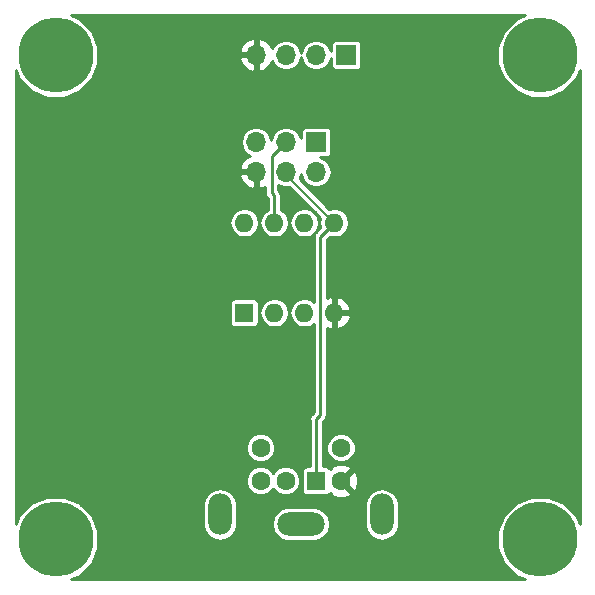
<source format=gbr>
G04 #@! TF.GenerationSoftware,KiCad,Pcbnew,(5.0.2)-1*
G04 #@! TF.CreationDate,2019-11-21T16:03:45-05:00*
G04 #@! TF.ProjectId,TinyPS2,54696e79-5053-4322-9e6b-696361645f70,X1*
G04 #@! TF.SameCoordinates,Original*
G04 #@! TF.FileFunction,Copper,L2,Bot*
G04 #@! TF.FilePolarity,Positive*
%FSLAX46Y46*%
G04 Gerber Fmt 4.6, Leading zero omitted, Abs format (unit mm)*
G04 Created by KiCad (PCBNEW (5.0.2)-1) date 11/21/2019 4:03:45 PM*
%MOMM*%
%LPD*%
G01*
G04 APERTURE LIST*
G04 #@! TA.AperFunction,ComponentPad*
%ADD10C,6.350000*%
G04 #@! TD*
G04 #@! TA.AperFunction,ComponentPad*
%ADD11R,1.700000X1.700000*%
G04 #@! TD*
G04 #@! TA.AperFunction,ComponentPad*
%ADD12O,1.700000X1.700000*%
G04 #@! TD*
G04 #@! TA.AperFunction,ComponentPad*
%ADD13O,2.000000X3.500000*%
G04 #@! TD*
G04 #@! TA.AperFunction,ComponentPad*
%ADD14R,1.600000X1.600000*%
G04 #@! TD*
G04 #@! TA.AperFunction,ComponentPad*
%ADD15C,1.600000*%
G04 #@! TD*
G04 #@! TA.AperFunction,ComponentPad*
%ADD16O,4.000000X2.000000*%
G04 #@! TD*
G04 #@! TA.AperFunction,ComponentPad*
%ADD17O,1.600000X1.600000*%
G04 #@! TD*
G04 #@! TA.AperFunction,ViaPad*
%ADD18C,0.889000*%
G04 #@! TD*
G04 #@! TA.AperFunction,Conductor*
%ADD19C,0.254000*%
G04 #@! TD*
G04 #@! TA.AperFunction,Conductor*
%ADD20C,0.203200*%
G04 #@! TD*
G04 APERTURE END LIST*
D10*
G04 #@! TO.P,MTG3,1*
G04 #@! TO.N,N/C*
X14000000Y-55000000D03*
G04 #@! TD*
G04 #@! TO.P,MTG4,1*
G04 #@! TO.N,N/C*
X55000000Y-55000000D03*
G04 #@! TD*
G04 #@! TO.P,MTG2,1*
G04 #@! TO.N,N/C*
X55000000Y-14000000D03*
G04 #@! TD*
G04 #@! TO.P,MTG1,1*
G04 #@! TO.N,N/C*
X14000000Y-14000000D03*
G04 #@! TD*
D11*
G04 #@! TO.P,H2,1*
G04 #@! TO.N,/KBCLK*
X36068000Y-21336000D03*
D12*
G04 #@! TO.P,H2,2*
G04 #@! TO.N,VCC*
X36068000Y-23876000D03*
G04 #@! TO.P,H2,3*
G04 #@! TO.N,/SERTX*
X33528000Y-21336000D03*
G04 #@! TO.P,H2,4*
G04 #@! TO.N,/KBDAT*
X33528000Y-23876000D03*
G04 #@! TO.P,H2,5*
G04 #@! TO.N,/RST\002A*
X30988000Y-21336000D03*
G04 #@! TO.P,H2,6*
G04 #@! TO.N,GND*
X30988000Y-23876000D03*
G04 #@! TD*
D11*
G04 #@! TO.P,J1,1*
G04 #@! TO.N,VCC*
X38608000Y-13970000D03*
D12*
G04 #@! TO.P,J1,2*
G04 #@! TO.N,/SERTX*
X36068000Y-13970000D03*
G04 #@! TO.P,J1,3*
G04 #@! TO.N,N/C*
X33528000Y-13970000D03*
G04 #@! TO.P,J1,4*
G04 #@! TO.N,GND*
X30988000Y-13970000D03*
G04 #@! TD*
D13*
G04 #@! TO.P,J2,7*
G04 #@! TO.N,N/C*
X27918000Y-52888000D03*
X41618000Y-52888000D03*
D14*
G04 #@! TO.P,J2,1*
G04 #@! TO.N,/KBDAT*
X36068000Y-50038000D03*
D15*
G04 #@! TO.P,J2,2*
G04 #@! TO.N,N/C*
X33468000Y-50038000D03*
G04 #@! TO.P,J2,3*
G04 #@! TO.N,GND*
X38168000Y-50038000D03*
G04 #@! TO.P,J2,4*
G04 #@! TO.N,VCC*
X31368000Y-50038000D03*
G04 #@! TO.P,J2,5*
G04 #@! TO.N,/KBCLK*
X38168000Y-47238000D03*
G04 #@! TO.P,J2,6*
G04 #@! TO.N,N/C*
X31368000Y-47238000D03*
D16*
G04 #@! TO.P,J2,7*
X34768000Y-53688000D03*
G04 #@! TD*
D14*
G04 #@! TO.P,U1,1*
G04 #@! TO.N,/RST\002A*
X29972000Y-35814000D03*
D17*
G04 #@! TO.P,U1,5*
G04 #@! TO.N,/KBDAT*
X37592000Y-28194000D03*
G04 #@! TO.P,U1,2*
G04 #@! TO.N,N/C*
X32512000Y-35814000D03*
G04 #@! TO.P,U1,6*
G04 #@! TO.N,/KBCLK*
X35052000Y-28194000D03*
G04 #@! TO.P,U1,3*
G04 #@! TO.N,N/C*
X35052000Y-35814000D03*
G04 #@! TO.P,U1,7*
G04 #@! TO.N,/SERTX*
X32512000Y-28194000D03*
G04 #@! TO.P,U1,4*
G04 #@! TO.N,GND*
X37592000Y-35814000D03*
G04 #@! TO.P,U1,8*
G04 #@! TO.N,VCC*
X29972000Y-28194000D03*
G04 #@! TD*
D18*
G04 #@! TO.N,GND*
X40640000Y-19558000D03*
X24638000Y-25908000D03*
X25400000Y-34290000D03*
G04 #@! TD*
D19*
G04 #@! TO.N,/SERTX*
X33528000Y-21336000D02*
X32296999Y-22567001D01*
X32512000Y-25869001D02*
X32296999Y-25654000D01*
X32512000Y-28194000D02*
X32512000Y-25869001D01*
X32296999Y-22567001D02*
X32296999Y-25654000D01*
D20*
G04 #@! TO.N,/KBDAT*
X33528000Y-24130000D02*
X33528000Y-23876000D01*
X37592000Y-28194000D02*
X33528000Y-24130000D01*
D19*
X36792001Y-28993999D02*
X37592000Y-28194000D01*
X36410999Y-29375001D02*
X36792001Y-28993999D01*
X36410999Y-44450000D02*
X36410999Y-29375001D01*
X36068000Y-44792999D02*
X36410999Y-44450000D01*
X36068000Y-50038000D02*
X36068000Y-44792999D01*
G04 #@! TD*
G04 #@! TO.N,GND*
G36*
X52956912Y-10942303D02*
X51942303Y-11956912D01*
X51393200Y-13282563D01*
X51393200Y-14717437D01*
X51942303Y-16043088D01*
X52956912Y-17057697D01*
X54282563Y-17606800D01*
X55717437Y-17606800D01*
X57043088Y-17057697D01*
X58057697Y-16043088D01*
X58377700Y-15270533D01*
X58377701Y-53729469D01*
X58057697Y-52956912D01*
X57043088Y-51942303D01*
X55717437Y-51393200D01*
X54282563Y-51393200D01*
X52956912Y-51942303D01*
X51942303Y-52956912D01*
X51393200Y-54282563D01*
X51393200Y-55717437D01*
X51942303Y-57043088D01*
X52956912Y-58057697D01*
X53729467Y-58377700D01*
X15270533Y-58377700D01*
X16043088Y-58057697D01*
X17057697Y-57043088D01*
X17606800Y-55717437D01*
X17606800Y-54282563D01*
X17057697Y-52956912D01*
X16097769Y-51996984D01*
X26486200Y-51996984D01*
X26486200Y-53779017D01*
X26569275Y-54196660D01*
X26885731Y-54670270D01*
X27359341Y-54986726D01*
X27918000Y-55097850D01*
X28476660Y-54986726D01*
X28950270Y-54670270D01*
X29266726Y-54196660D01*
X29349800Y-53779017D01*
X29349800Y-53688000D01*
X32308150Y-53688000D01*
X32419274Y-54246660D01*
X32735730Y-54720270D01*
X33209340Y-55036726D01*
X33626983Y-55119800D01*
X35909017Y-55119800D01*
X36326660Y-55036726D01*
X36800270Y-54720270D01*
X37116726Y-54246660D01*
X37227850Y-53688000D01*
X37116726Y-53129340D01*
X36800270Y-52655730D01*
X36326660Y-52339274D01*
X35909017Y-52256200D01*
X33626983Y-52256200D01*
X33209340Y-52339274D01*
X32735730Y-52655730D01*
X32419274Y-53129340D01*
X32308150Y-53688000D01*
X29349800Y-53688000D01*
X29349800Y-51996984D01*
X40186200Y-51996984D01*
X40186200Y-53779017D01*
X40269275Y-54196660D01*
X40585731Y-54670270D01*
X41059341Y-54986726D01*
X41618000Y-55097850D01*
X42176660Y-54986726D01*
X42650270Y-54670270D01*
X42966726Y-54196660D01*
X43049800Y-53779017D01*
X43049800Y-51996983D01*
X42966726Y-51579340D01*
X42650269Y-51105730D01*
X42176659Y-50789274D01*
X41618000Y-50678150D01*
X41059340Y-50789274D01*
X40585730Y-51105731D01*
X40269274Y-51579341D01*
X40186200Y-51996984D01*
X29349800Y-51996984D01*
X29349800Y-51996983D01*
X29266726Y-51579340D01*
X28950269Y-51105730D01*
X28476659Y-50789274D01*
X27918000Y-50678150D01*
X27359340Y-50789274D01*
X26885730Y-51105731D01*
X26569274Y-51579341D01*
X26486200Y-51996984D01*
X16097769Y-51996984D01*
X16043088Y-51942303D01*
X14717437Y-51393200D01*
X13282563Y-51393200D01*
X11956912Y-51942303D01*
X10942303Y-52956912D01*
X10622300Y-53729467D01*
X10622300Y-49792980D01*
X30136200Y-49792980D01*
X30136200Y-50283020D01*
X30323731Y-50735758D01*
X30670242Y-51082269D01*
X31122980Y-51269800D01*
X31613020Y-51269800D01*
X32065758Y-51082269D01*
X32412269Y-50735758D01*
X32418000Y-50721922D01*
X32423731Y-50735758D01*
X32770242Y-51082269D01*
X33222980Y-51269800D01*
X33713020Y-51269800D01*
X34165758Y-51082269D01*
X34512269Y-50735758D01*
X34699800Y-50283020D01*
X34699800Y-49792980D01*
X34512269Y-49340242D01*
X34165758Y-48993731D01*
X33713020Y-48806200D01*
X33222980Y-48806200D01*
X32770242Y-48993731D01*
X32423731Y-49340242D01*
X32418000Y-49354078D01*
X32412269Y-49340242D01*
X32065758Y-48993731D01*
X31613020Y-48806200D01*
X31122980Y-48806200D01*
X30670242Y-48993731D01*
X30323731Y-49340242D01*
X30136200Y-49792980D01*
X10622300Y-49792980D01*
X10622300Y-46992980D01*
X30136200Y-46992980D01*
X30136200Y-47483020D01*
X30323731Y-47935758D01*
X30670242Y-48282269D01*
X31122980Y-48469800D01*
X31613020Y-48469800D01*
X32065758Y-48282269D01*
X32412269Y-47935758D01*
X32599800Y-47483020D01*
X32599800Y-46992980D01*
X32412269Y-46540242D01*
X32065758Y-46193731D01*
X31613020Y-46006200D01*
X31122980Y-46006200D01*
X30670242Y-46193731D01*
X30323731Y-46540242D01*
X30136200Y-46992980D01*
X10622300Y-46992980D01*
X10622300Y-35014000D01*
X28731741Y-35014000D01*
X28731741Y-36614000D01*
X28765254Y-36782480D01*
X28860690Y-36925310D01*
X29003520Y-37020746D01*
X29172000Y-37054259D01*
X30772000Y-37054259D01*
X30940480Y-37020746D01*
X31083310Y-36925310D01*
X31178746Y-36782480D01*
X31212259Y-36614000D01*
X31212259Y-35814000D01*
X31256068Y-35814000D01*
X31351670Y-36294624D01*
X31623922Y-36702078D01*
X32031376Y-36974330D01*
X32390680Y-37045800D01*
X32633320Y-37045800D01*
X32992624Y-36974330D01*
X33400078Y-36702078D01*
X33672330Y-36294624D01*
X33767932Y-35814000D01*
X33672330Y-35333376D01*
X33400078Y-34925922D01*
X32992624Y-34653670D01*
X32633320Y-34582200D01*
X32390680Y-34582200D01*
X32031376Y-34653670D01*
X31623922Y-34925922D01*
X31351670Y-35333376D01*
X31256068Y-35814000D01*
X31212259Y-35814000D01*
X31212259Y-35014000D01*
X31178746Y-34845520D01*
X31083310Y-34702690D01*
X30940480Y-34607254D01*
X30772000Y-34573741D01*
X29172000Y-34573741D01*
X29003520Y-34607254D01*
X28860690Y-34702690D01*
X28765254Y-34845520D01*
X28731741Y-35014000D01*
X10622300Y-35014000D01*
X10622300Y-28194000D01*
X28716068Y-28194000D01*
X28811670Y-28674624D01*
X29083922Y-29082078D01*
X29491376Y-29354330D01*
X29850680Y-29425800D01*
X30093320Y-29425800D01*
X30452624Y-29354330D01*
X30860078Y-29082078D01*
X31132330Y-28674624D01*
X31227932Y-28194000D01*
X31132330Y-27713376D01*
X30860078Y-27305922D01*
X30452624Y-27033670D01*
X30093320Y-26962200D01*
X29850680Y-26962200D01*
X29491376Y-27033670D01*
X29083922Y-27305922D01*
X28811670Y-27713376D01*
X28716068Y-28194000D01*
X10622300Y-28194000D01*
X10622300Y-24232892D01*
X29546514Y-24232892D01*
X29792817Y-24757358D01*
X30221076Y-25147645D01*
X30631110Y-25317476D01*
X30861000Y-25196155D01*
X30861000Y-24003000D01*
X29667181Y-24003000D01*
X29546514Y-24232892D01*
X10622300Y-24232892D01*
X10622300Y-23519108D01*
X29546514Y-23519108D01*
X29667181Y-23749000D01*
X30861000Y-23749000D01*
X30861000Y-23729000D01*
X31115000Y-23729000D01*
X31115000Y-23749000D01*
X31135000Y-23749000D01*
X31135000Y-24003000D01*
X31115000Y-24003000D01*
X31115000Y-25196155D01*
X31344890Y-25317476D01*
X31738200Y-25154572D01*
X31738200Y-25598961D01*
X31727252Y-25654000D01*
X31770621Y-25872032D01*
X31770622Y-25872033D01*
X31894128Y-26056872D01*
X31940786Y-26088048D01*
X31953201Y-26100463D01*
X31953200Y-27085905D01*
X31623922Y-27305922D01*
X31351670Y-27713376D01*
X31256068Y-28194000D01*
X31351670Y-28674624D01*
X31623922Y-29082078D01*
X32031376Y-29354330D01*
X32390680Y-29425800D01*
X32633320Y-29425800D01*
X32992624Y-29354330D01*
X33400078Y-29082078D01*
X33672330Y-28674624D01*
X33767932Y-28194000D01*
X33672330Y-27713376D01*
X33400078Y-27305922D01*
X33070800Y-27085906D01*
X33070800Y-25924030D01*
X33081746Y-25869000D01*
X33070800Y-25813970D01*
X33070800Y-25813966D01*
X33038378Y-25650968D01*
X32914872Y-25466129D01*
X32868211Y-25434951D01*
X32855799Y-25422539D01*
X32855799Y-24968456D01*
X33027867Y-25083428D01*
X33401759Y-25157800D01*
X33654241Y-25157800D01*
X33777035Y-25133375D01*
X36419287Y-27775628D01*
X36336068Y-28194000D01*
X36413328Y-28582410D01*
X36054786Y-28940953D01*
X36017912Y-28965592D01*
X36212330Y-28674624D01*
X36307932Y-28194000D01*
X36212330Y-27713376D01*
X35940078Y-27305922D01*
X35532624Y-27033670D01*
X35173320Y-26962200D01*
X34930680Y-26962200D01*
X34571376Y-27033670D01*
X34163922Y-27305922D01*
X33891670Y-27713376D01*
X33796068Y-28194000D01*
X33891670Y-28674624D01*
X34163922Y-29082078D01*
X34571376Y-29354330D01*
X34930680Y-29425800D01*
X35173320Y-29425800D01*
X35532624Y-29354330D01*
X35930294Y-29088616D01*
X35884621Y-29156969D01*
X35841252Y-29375001D01*
X35852200Y-29430041D01*
X35852200Y-34867204D01*
X35532624Y-34653670D01*
X35173320Y-34582200D01*
X34930680Y-34582200D01*
X34571376Y-34653670D01*
X34163922Y-34925922D01*
X33891670Y-35333376D01*
X33796068Y-35814000D01*
X33891670Y-36294624D01*
X34163922Y-36702078D01*
X34571376Y-36974330D01*
X34930680Y-37045800D01*
X35173320Y-37045800D01*
X35532624Y-36974330D01*
X35852200Y-36760797D01*
X35852199Y-44218538D01*
X35711786Y-44358951D01*
X35665129Y-44390127D01*
X35633954Y-44436784D01*
X35541622Y-44574967D01*
X35498253Y-44792999D01*
X35509201Y-44848039D01*
X35509200Y-48797741D01*
X35268000Y-48797741D01*
X35099520Y-48831254D01*
X34956690Y-48926690D01*
X34861254Y-49069520D01*
X34827741Y-49238000D01*
X34827741Y-50838000D01*
X34861254Y-51006480D01*
X34956690Y-51149310D01*
X35099520Y-51244746D01*
X35268000Y-51278259D01*
X36868000Y-51278259D01*
X37036480Y-51244746D01*
X37179310Y-51149310D01*
X37193074Y-51128710D01*
X37224986Y-51160622D01*
X37339861Y-51045747D01*
X37413995Y-51291864D01*
X37951223Y-51484965D01*
X38521454Y-51457778D01*
X38922005Y-51291864D01*
X38996139Y-51045745D01*
X38168000Y-50217605D01*
X38153858Y-50231748D01*
X37974252Y-50052142D01*
X37988395Y-50038000D01*
X38347605Y-50038000D01*
X39175745Y-50866139D01*
X39421864Y-50792005D01*
X39614965Y-50254777D01*
X39587778Y-49684546D01*
X39421864Y-49283995D01*
X39175745Y-49209861D01*
X38347605Y-50038000D01*
X37988395Y-50038000D01*
X37974252Y-50023858D01*
X38153858Y-49844252D01*
X38168000Y-49858395D01*
X38996139Y-49030255D01*
X38922005Y-48784136D01*
X38384777Y-48591035D01*
X37814546Y-48618222D01*
X37413995Y-48784136D01*
X37339861Y-49030253D01*
X37224986Y-48915378D01*
X37193074Y-48947290D01*
X37179310Y-48926690D01*
X37036480Y-48831254D01*
X36868000Y-48797741D01*
X36626800Y-48797741D01*
X36626800Y-46992980D01*
X36936200Y-46992980D01*
X36936200Y-47483020D01*
X37123731Y-47935758D01*
X37470242Y-48282269D01*
X37922980Y-48469800D01*
X38413020Y-48469800D01*
X38865758Y-48282269D01*
X39212269Y-47935758D01*
X39399800Y-47483020D01*
X39399800Y-46992980D01*
X39212269Y-46540242D01*
X38865758Y-46193731D01*
X38413020Y-46006200D01*
X37922980Y-46006200D01*
X37470242Y-46193731D01*
X37123731Y-46540242D01*
X36936200Y-46992980D01*
X36626800Y-46992980D01*
X36626800Y-45024460D01*
X36767213Y-44884048D01*
X36813871Y-44852872D01*
X36937377Y-44668033D01*
X36969799Y-44505035D01*
X36969799Y-44505034D01*
X36980746Y-44450000D01*
X36969799Y-44394965D01*
X36969799Y-37092764D01*
X37242961Y-37205904D01*
X37465000Y-37083915D01*
X37465000Y-35941000D01*
X37719000Y-35941000D01*
X37719000Y-37083915D01*
X37941039Y-37205904D01*
X38329423Y-37045041D01*
X38744389Y-36669134D01*
X38983914Y-36163041D01*
X38862629Y-35941000D01*
X37719000Y-35941000D01*
X37465000Y-35941000D01*
X37445000Y-35941000D01*
X37445000Y-35687000D01*
X37465000Y-35687000D01*
X37465000Y-34544085D01*
X37719000Y-34544085D01*
X37719000Y-35687000D01*
X38862629Y-35687000D01*
X38983914Y-35464959D01*
X38744389Y-34958866D01*
X38329423Y-34582959D01*
X37941039Y-34422096D01*
X37719000Y-34544085D01*
X37465000Y-34544085D01*
X37242961Y-34422096D01*
X36969799Y-34535236D01*
X36969799Y-29606462D01*
X37203590Y-29372672D01*
X37470680Y-29425800D01*
X37713320Y-29425800D01*
X38072624Y-29354330D01*
X38480078Y-29082078D01*
X38752330Y-28674624D01*
X38847932Y-28194000D01*
X38752330Y-27713376D01*
X38480078Y-27305922D01*
X38072624Y-27033670D01*
X37713320Y-26962200D01*
X37470680Y-26962200D01*
X37173628Y-27021287D01*
X34652534Y-24500194D01*
X34735428Y-24376133D01*
X34798000Y-24061563D01*
X34860572Y-24376133D01*
X35143874Y-24800126D01*
X35567867Y-25083428D01*
X35941759Y-25157800D01*
X36194241Y-25157800D01*
X36568133Y-25083428D01*
X36992126Y-24800126D01*
X37275428Y-24376133D01*
X37374911Y-23876000D01*
X37275428Y-23375867D01*
X36992126Y-22951874D01*
X36568133Y-22668572D01*
X36355412Y-22626259D01*
X36918000Y-22626259D01*
X37086480Y-22592746D01*
X37229310Y-22497310D01*
X37324746Y-22354480D01*
X37358259Y-22186000D01*
X37358259Y-20486000D01*
X37324746Y-20317520D01*
X37229310Y-20174690D01*
X37086480Y-20079254D01*
X36918000Y-20045741D01*
X35218000Y-20045741D01*
X35049520Y-20079254D01*
X34906690Y-20174690D01*
X34811254Y-20317520D01*
X34777741Y-20486000D01*
X34777741Y-21048588D01*
X34735428Y-20835867D01*
X34452126Y-20411874D01*
X34028133Y-20128572D01*
X33654241Y-20054200D01*
X33401759Y-20054200D01*
X33027867Y-20128572D01*
X32603874Y-20411874D01*
X32320572Y-20835867D01*
X32258000Y-21150437D01*
X32195428Y-20835867D01*
X31912126Y-20411874D01*
X31488133Y-20128572D01*
X31114241Y-20054200D01*
X30861759Y-20054200D01*
X30487867Y-20128572D01*
X30063874Y-20411874D01*
X29780572Y-20835867D01*
X29681089Y-21336000D01*
X29780572Y-21836133D01*
X30063874Y-22260126D01*
X30442065Y-22512824D01*
X30221076Y-22604355D01*
X29792817Y-22994642D01*
X29546514Y-23519108D01*
X10622300Y-23519108D01*
X10622300Y-15270533D01*
X10942303Y-16043088D01*
X11956912Y-17057697D01*
X13282563Y-17606800D01*
X14717437Y-17606800D01*
X16043088Y-17057697D01*
X17057697Y-16043088D01*
X17606800Y-14717437D01*
X17606800Y-14326892D01*
X29546514Y-14326892D01*
X29792817Y-14851358D01*
X30221076Y-15241645D01*
X30631110Y-15411476D01*
X30861000Y-15290155D01*
X30861000Y-14097000D01*
X29667181Y-14097000D01*
X29546514Y-14326892D01*
X17606800Y-14326892D01*
X17606800Y-13613108D01*
X29546514Y-13613108D01*
X29667181Y-13843000D01*
X30861000Y-13843000D01*
X30861000Y-12649845D01*
X31115000Y-12649845D01*
X31115000Y-13843000D01*
X31135000Y-13843000D01*
X31135000Y-14097000D01*
X31115000Y-14097000D01*
X31115000Y-15290155D01*
X31344890Y-15411476D01*
X31754924Y-15241645D01*
X32183183Y-14851358D01*
X32345028Y-14506734D01*
X32603874Y-14894126D01*
X33027867Y-15177428D01*
X33401759Y-15251800D01*
X33654241Y-15251800D01*
X34028133Y-15177428D01*
X34452126Y-14894126D01*
X34735428Y-14470133D01*
X34798000Y-14155563D01*
X34860572Y-14470133D01*
X35143874Y-14894126D01*
X35567867Y-15177428D01*
X35941759Y-15251800D01*
X36194241Y-15251800D01*
X36568133Y-15177428D01*
X36992126Y-14894126D01*
X37275428Y-14470133D01*
X37317741Y-14257412D01*
X37317741Y-14820000D01*
X37351254Y-14988480D01*
X37446690Y-15131310D01*
X37589520Y-15226746D01*
X37758000Y-15260259D01*
X39458000Y-15260259D01*
X39626480Y-15226746D01*
X39769310Y-15131310D01*
X39864746Y-14988480D01*
X39898259Y-14820000D01*
X39898259Y-13120000D01*
X39864746Y-12951520D01*
X39769310Y-12808690D01*
X39626480Y-12713254D01*
X39458000Y-12679741D01*
X37758000Y-12679741D01*
X37589520Y-12713254D01*
X37446690Y-12808690D01*
X37351254Y-12951520D01*
X37317741Y-13120000D01*
X37317741Y-13682588D01*
X37275428Y-13469867D01*
X36992126Y-13045874D01*
X36568133Y-12762572D01*
X36194241Y-12688200D01*
X35941759Y-12688200D01*
X35567867Y-12762572D01*
X35143874Y-13045874D01*
X34860572Y-13469867D01*
X34798000Y-13784437D01*
X34735428Y-13469867D01*
X34452126Y-13045874D01*
X34028133Y-12762572D01*
X33654241Y-12688200D01*
X33401759Y-12688200D01*
X33027867Y-12762572D01*
X32603874Y-13045874D01*
X32345028Y-13433266D01*
X32183183Y-13088642D01*
X31754924Y-12698355D01*
X31344890Y-12528524D01*
X31115000Y-12649845D01*
X30861000Y-12649845D01*
X30631110Y-12528524D01*
X30221076Y-12698355D01*
X29792817Y-13088642D01*
X29546514Y-13613108D01*
X17606800Y-13613108D01*
X17606800Y-13282563D01*
X17057697Y-11956912D01*
X16043088Y-10942303D01*
X15270533Y-10622300D01*
X53729467Y-10622300D01*
X52956912Y-10942303D01*
X52956912Y-10942303D01*
G37*
X52956912Y-10942303D02*
X51942303Y-11956912D01*
X51393200Y-13282563D01*
X51393200Y-14717437D01*
X51942303Y-16043088D01*
X52956912Y-17057697D01*
X54282563Y-17606800D01*
X55717437Y-17606800D01*
X57043088Y-17057697D01*
X58057697Y-16043088D01*
X58377700Y-15270533D01*
X58377701Y-53729469D01*
X58057697Y-52956912D01*
X57043088Y-51942303D01*
X55717437Y-51393200D01*
X54282563Y-51393200D01*
X52956912Y-51942303D01*
X51942303Y-52956912D01*
X51393200Y-54282563D01*
X51393200Y-55717437D01*
X51942303Y-57043088D01*
X52956912Y-58057697D01*
X53729467Y-58377700D01*
X15270533Y-58377700D01*
X16043088Y-58057697D01*
X17057697Y-57043088D01*
X17606800Y-55717437D01*
X17606800Y-54282563D01*
X17057697Y-52956912D01*
X16097769Y-51996984D01*
X26486200Y-51996984D01*
X26486200Y-53779017D01*
X26569275Y-54196660D01*
X26885731Y-54670270D01*
X27359341Y-54986726D01*
X27918000Y-55097850D01*
X28476660Y-54986726D01*
X28950270Y-54670270D01*
X29266726Y-54196660D01*
X29349800Y-53779017D01*
X29349800Y-53688000D01*
X32308150Y-53688000D01*
X32419274Y-54246660D01*
X32735730Y-54720270D01*
X33209340Y-55036726D01*
X33626983Y-55119800D01*
X35909017Y-55119800D01*
X36326660Y-55036726D01*
X36800270Y-54720270D01*
X37116726Y-54246660D01*
X37227850Y-53688000D01*
X37116726Y-53129340D01*
X36800270Y-52655730D01*
X36326660Y-52339274D01*
X35909017Y-52256200D01*
X33626983Y-52256200D01*
X33209340Y-52339274D01*
X32735730Y-52655730D01*
X32419274Y-53129340D01*
X32308150Y-53688000D01*
X29349800Y-53688000D01*
X29349800Y-51996984D01*
X40186200Y-51996984D01*
X40186200Y-53779017D01*
X40269275Y-54196660D01*
X40585731Y-54670270D01*
X41059341Y-54986726D01*
X41618000Y-55097850D01*
X42176660Y-54986726D01*
X42650270Y-54670270D01*
X42966726Y-54196660D01*
X43049800Y-53779017D01*
X43049800Y-51996983D01*
X42966726Y-51579340D01*
X42650269Y-51105730D01*
X42176659Y-50789274D01*
X41618000Y-50678150D01*
X41059340Y-50789274D01*
X40585730Y-51105731D01*
X40269274Y-51579341D01*
X40186200Y-51996984D01*
X29349800Y-51996984D01*
X29349800Y-51996983D01*
X29266726Y-51579340D01*
X28950269Y-51105730D01*
X28476659Y-50789274D01*
X27918000Y-50678150D01*
X27359340Y-50789274D01*
X26885730Y-51105731D01*
X26569274Y-51579341D01*
X26486200Y-51996984D01*
X16097769Y-51996984D01*
X16043088Y-51942303D01*
X14717437Y-51393200D01*
X13282563Y-51393200D01*
X11956912Y-51942303D01*
X10942303Y-52956912D01*
X10622300Y-53729467D01*
X10622300Y-49792980D01*
X30136200Y-49792980D01*
X30136200Y-50283020D01*
X30323731Y-50735758D01*
X30670242Y-51082269D01*
X31122980Y-51269800D01*
X31613020Y-51269800D01*
X32065758Y-51082269D01*
X32412269Y-50735758D01*
X32418000Y-50721922D01*
X32423731Y-50735758D01*
X32770242Y-51082269D01*
X33222980Y-51269800D01*
X33713020Y-51269800D01*
X34165758Y-51082269D01*
X34512269Y-50735758D01*
X34699800Y-50283020D01*
X34699800Y-49792980D01*
X34512269Y-49340242D01*
X34165758Y-48993731D01*
X33713020Y-48806200D01*
X33222980Y-48806200D01*
X32770242Y-48993731D01*
X32423731Y-49340242D01*
X32418000Y-49354078D01*
X32412269Y-49340242D01*
X32065758Y-48993731D01*
X31613020Y-48806200D01*
X31122980Y-48806200D01*
X30670242Y-48993731D01*
X30323731Y-49340242D01*
X30136200Y-49792980D01*
X10622300Y-49792980D01*
X10622300Y-46992980D01*
X30136200Y-46992980D01*
X30136200Y-47483020D01*
X30323731Y-47935758D01*
X30670242Y-48282269D01*
X31122980Y-48469800D01*
X31613020Y-48469800D01*
X32065758Y-48282269D01*
X32412269Y-47935758D01*
X32599800Y-47483020D01*
X32599800Y-46992980D01*
X32412269Y-46540242D01*
X32065758Y-46193731D01*
X31613020Y-46006200D01*
X31122980Y-46006200D01*
X30670242Y-46193731D01*
X30323731Y-46540242D01*
X30136200Y-46992980D01*
X10622300Y-46992980D01*
X10622300Y-35014000D01*
X28731741Y-35014000D01*
X28731741Y-36614000D01*
X28765254Y-36782480D01*
X28860690Y-36925310D01*
X29003520Y-37020746D01*
X29172000Y-37054259D01*
X30772000Y-37054259D01*
X30940480Y-37020746D01*
X31083310Y-36925310D01*
X31178746Y-36782480D01*
X31212259Y-36614000D01*
X31212259Y-35814000D01*
X31256068Y-35814000D01*
X31351670Y-36294624D01*
X31623922Y-36702078D01*
X32031376Y-36974330D01*
X32390680Y-37045800D01*
X32633320Y-37045800D01*
X32992624Y-36974330D01*
X33400078Y-36702078D01*
X33672330Y-36294624D01*
X33767932Y-35814000D01*
X33672330Y-35333376D01*
X33400078Y-34925922D01*
X32992624Y-34653670D01*
X32633320Y-34582200D01*
X32390680Y-34582200D01*
X32031376Y-34653670D01*
X31623922Y-34925922D01*
X31351670Y-35333376D01*
X31256068Y-35814000D01*
X31212259Y-35814000D01*
X31212259Y-35014000D01*
X31178746Y-34845520D01*
X31083310Y-34702690D01*
X30940480Y-34607254D01*
X30772000Y-34573741D01*
X29172000Y-34573741D01*
X29003520Y-34607254D01*
X28860690Y-34702690D01*
X28765254Y-34845520D01*
X28731741Y-35014000D01*
X10622300Y-35014000D01*
X10622300Y-28194000D01*
X28716068Y-28194000D01*
X28811670Y-28674624D01*
X29083922Y-29082078D01*
X29491376Y-29354330D01*
X29850680Y-29425800D01*
X30093320Y-29425800D01*
X30452624Y-29354330D01*
X30860078Y-29082078D01*
X31132330Y-28674624D01*
X31227932Y-28194000D01*
X31132330Y-27713376D01*
X30860078Y-27305922D01*
X30452624Y-27033670D01*
X30093320Y-26962200D01*
X29850680Y-26962200D01*
X29491376Y-27033670D01*
X29083922Y-27305922D01*
X28811670Y-27713376D01*
X28716068Y-28194000D01*
X10622300Y-28194000D01*
X10622300Y-24232892D01*
X29546514Y-24232892D01*
X29792817Y-24757358D01*
X30221076Y-25147645D01*
X30631110Y-25317476D01*
X30861000Y-25196155D01*
X30861000Y-24003000D01*
X29667181Y-24003000D01*
X29546514Y-24232892D01*
X10622300Y-24232892D01*
X10622300Y-23519108D01*
X29546514Y-23519108D01*
X29667181Y-23749000D01*
X30861000Y-23749000D01*
X30861000Y-23729000D01*
X31115000Y-23729000D01*
X31115000Y-23749000D01*
X31135000Y-23749000D01*
X31135000Y-24003000D01*
X31115000Y-24003000D01*
X31115000Y-25196155D01*
X31344890Y-25317476D01*
X31738200Y-25154572D01*
X31738200Y-25598961D01*
X31727252Y-25654000D01*
X31770621Y-25872032D01*
X31770622Y-25872033D01*
X31894128Y-26056872D01*
X31940786Y-26088048D01*
X31953201Y-26100463D01*
X31953200Y-27085905D01*
X31623922Y-27305922D01*
X31351670Y-27713376D01*
X31256068Y-28194000D01*
X31351670Y-28674624D01*
X31623922Y-29082078D01*
X32031376Y-29354330D01*
X32390680Y-29425800D01*
X32633320Y-29425800D01*
X32992624Y-29354330D01*
X33400078Y-29082078D01*
X33672330Y-28674624D01*
X33767932Y-28194000D01*
X33672330Y-27713376D01*
X33400078Y-27305922D01*
X33070800Y-27085906D01*
X33070800Y-25924030D01*
X33081746Y-25869000D01*
X33070800Y-25813970D01*
X33070800Y-25813966D01*
X33038378Y-25650968D01*
X32914872Y-25466129D01*
X32868211Y-25434951D01*
X32855799Y-25422539D01*
X32855799Y-24968456D01*
X33027867Y-25083428D01*
X33401759Y-25157800D01*
X33654241Y-25157800D01*
X33777035Y-25133375D01*
X36419287Y-27775628D01*
X36336068Y-28194000D01*
X36413328Y-28582410D01*
X36054786Y-28940953D01*
X36017912Y-28965592D01*
X36212330Y-28674624D01*
X36307932Y-28194000D01*
X36212330Y-27713376D01*
X35940078Y-27305922D01*
X35532624Y-27033670D01*
X35173320Y-26962200D01*
X34930680Y-26962200D01*
X34571376Y-27033670D01*
X34163922Y-27305922D01*
X33891670Y-27713376D01*
X33796068Y-28194000D01*
X33891670Y-28674624D01*
X34163922Y-29082078D01*
X34571376Y-29354330D01*
X34930680Y-29425800D01*
X35173320Y-29425800D01*
X35532624Y-29354330D01*
X35930294Y-29088616D01*
X35884621Y-29156969D01*
X35841252Y-29375001D01*
X35852200Y-29430041D01*
X35852200Y-34867204D01*
X35532624Y-34653670D01*
X35173320Y-34582200D01*
X34930680Y-34582200D01*
X34571376Y-34653670D01*
X34163922Y-34925922D01*
X33891670Y-35333376D01*
X33796068Y-35814000D01*
X33891670Y-36294624D01*
X34163922Y-36702078D01*
X34571376Y-36974330D01*
X34930680Y-37045800D01*
X35173320Y-37045800D01*
X35532624Y-36974330D01*
X35852200Y-36760797D01*
X35852199Y-44218538D01*
X35711786Y-44358951D01*
X35665129Y-44390127D01*
X35633954Y-44436784D01*
X35541622Y-44574967D01*
X35498253Y-44792999D01*
X35509201Y-44848039D01*
X35509200Y-48797741D01*
X35268000Y-48797741D01*
X35099520Y-48831254D01*
X34956690Y-48926690D01*
X34861254Y-49069520D01*
X34827741Y-49238000D01*
X34827741Y-50838000D01*
X34861254Y-51006480D01*
X34956690Y-51149310D01*
X35099520Y-51244746D01*
X35268000Y-51278259D01*
X36868000Y-51278259D01*
X37036480Y-51244746D01*
X37179310Y-51149310D01*
X37193074Y-51128710D01*
X37224986Y-51160622D01*
X37339861Y-51045747D01*
X37413995Y-51291864D01*
X37951223Y-51484965D01*
X38521454Y-51457778D01*
X38922005Y-51291864D01*
X38996139Y-51045745D01*
X38168000Y-50217605D01*
X38153858Y-50231748D01*
X37974252Y-50052142D01*
X37988395Y-50038000D01*
X38347605Y-50038000D01*
X39175745Y-50866139D01*
X39421864Y-50792005D01*
X39614965Y-50254777D01*
X39587778Y-49684546D01*
X39421864Y-49283995D01*
X39175745Y-49209861D01*
X38347605Y-50038000D01*
X37988395Y-50038000D01*
X37974252Y-50023858D01*
X38153858Y-49844252D01*
X38168000Y-49858395D01*
X38996139Y-49030255D01*
X38922005Y-48784136D01*
X38384777Y-48591035D01*
X37814546Y-48618222D01*
X37413995Y-48784136D01*
X37339861Y-49030253D01*
X37224986Y-48915378D01*
X37193074Y-48947290D01*
X37179310Y-48926690D01*
X37036480Y-48831254D01*
X36868000Y-48797741D01*
X36626800Y-48797741D01*
X36626800Y-46992980D01*
X36936200Y-46992980D01*
X36936200Y-47483020D01*
X37123731Y-47935758D01*
X37470242Y-48282269D01*
X37922980Y-48469800D01*
X38413020Y-48469800D01*
X38865758Y-48282269D01*
X39212269Y-47935758D01*
X39399800Y-47483020D01*
X39399800Y-46992980D01*
X39212269Y-46540242D01*
X38865758Y-46193731D01*
X38413020Y-46006200D01*
X37922980Y-46006200D01*
X37470242Y-46193731D01*
X37123731Y-46540242D01*
X36936200Y-46992980D01*
X36626800Y-46992980D01*
X36626800Y-45024460D01*
X36767213Y-44884048D01*
X36813871Y-44852872D01*
X36937377Y-44668033D01*
X36969799Y-44505035D01*
X36969799Y-44505034D01*
X36980746Y-44450000D01*
X36969799Y-44394965D01*
X36969799Y-37092764D01*
X37242961Y-37205904D01*
X37465000Y-37083915D01*
X37465000Y-35941000D01*
X37719000Y-35941000D01*
X37719000Y-37083915D01*
X37941039Y-37205904D01*
X38329423Y-37045041D01*
X38744389Y-36669134D01*
X38983914Y-36163041D01*
X38862629Y-35941000D01*
X37719000Y-35941000D01*
X37465000Y-35941000D01*
X37445000Y-35941000D01*
X37445000Y-35687000D01*
X37465000Y-35687000D01*
X37465000Y-34544085D01*
X37719000Y-34544085D01*
X37719000Y-35687000D01*
X38862629Y-35687000D01*
X38983914Y-35464959D01*
X38744389Y-34958866D01*
X38329423Y-34582959D01*
X37941039Y-34422096D01*
X37719000Y-34544085D01*
X37465000Y-34544085D01*
X37242961Y-34422096D01*
X36969799Y-34535236D01*
X36969799Y-29606462D01*
X37203590Y-29372672D01*
X37470680Y-29425800D01*
X37713320Y-29425800D01*
X38072624Y-29354330D01*
X38480078Y-29082078D01*
X38752330Y-28674624D01*
X38847932Y-28194000D01*
X38752330Y-27713376D01*
X38480078Y-27305922D01*
X38072624Y-27033670D01*
X37713320Y-26962200D01*
X37470680Y-26962200D01*
X37173628Y-27021287D01*
X34652534Y-24500194D01*
X34735428Y-24376133D01*
X34798000Y-24061563D01*
X34860572Y-24376133D01*
X35143874Y-24800126D01*
X35567867Y-25083428D01*
X35941759Y-25157800D01*
X36194241Y-25157800D01*
X36568133Y-25083428D01*
X36992126Y-24800126D01*
X37275428Y-24376133D01*
X37374911Y-23876000D01*
X37275428Y-23375867D01*
X36992126Y-22951874D01*
X36568133Y-22668572D01*
X36355412Y-22626259D01*
X36918000Y-22626259D01*
X37086480Y-22592746D01*
X37229310Y-22497310D01*
X37324746Y-22354480D01*
X37358259Y-22186000D01*
X37358259Y-20486000D01*
X37324746Y-20317520D01*
X37229310Y-20174690D01*
X37086480Y-20079254D01*
X36918000Y-20045741D01*
X35218000Y-20045741D01*
X35049520Y-20079254D01*
X34906690Y-20174690D01*
X34811254Y-20317520D01*
X34777741Y-20486000D01*
X34777741Y-21048588D01*
X34735428Y-20835867D01*
X34452126Y-20411874D01*
X34028133Y-20128572D01*
X33654241Y-20054200D01*
X33401759Y-20054200D01*
X33027867Y-20128572D01*
X32603874Y-20411874D01*
X32320572Y-20835867D01*
X32258000Y-21150437D01*
X32195428Y-20835867D01*
X31912126Y-20411874D01*
X31488133Y-20128572D01*
X31114241Y-20054200D01*
X30861759Y-20054200D01*
X30487867Y-20128572D01*
X30063874Y-20411874D01*
X29780572Y-20835867D01*
X29681089Y-21336000D01*
X29780572Y-21836133D01*
X30063874Y-22260126D01*
X30442065Y-22512824D01*
X30221076Y-22604355D01*
X29792817Y-22994642D01*
X29546514Y-23519108D01*
X10622300Y-23519108D01*
X10622300Y-15270533D01*
X10942303Y-16043088D01*
X11956912Y-17057697D01*
X13282563Y-17606800D01*
X14717437Y-17606800D01*
X16043088Y-17057697D01*
X17057697Y-16043088D01*
X17606800Y-14717437D01*
X17606800Y-14326892D01*
X29546514Y-14326892D01*
X29792817Y-14851358D01*
X30221076Y-15241645D01*
X30631110Y-15411476D01*
X30861000Y-15290155D01*
X30861000Y-14097000D01*
X29667181Y-14097000D01*
X29546514Y-14326892D01*
X17606800Y-14326892D01*
X17606800Y-13613108D01*
X29546514Y-13613108D01*
X29667181Y-13843000D01*
X30861000Y-13843000D01*
X30861000Y-12649845D01*
X31115000Y-12649845D01*
X31115000Y-13843000D01*
X31135000Y-13843000D01*
X31135000Y-14097000D01*
X31115000Y-14097000D01*
X31115000Y-15290155D01*
X31344890Y-15411476D01*
X31754924Y-15241645D01*
X32183183Y-14851358D01*
X32345028Y-14506734D01*
X32603874Y-14894126D01*
X33027867Y-15177428D01*
X33401759Y-15251800D01*
X33654241Y-15251800D01*
X34028133Y-15177428D01*
X34452126Y-14894126D01*
X34735428Y-14470133D01*
X34798000Y-14155563D01*
X34860572Y-14470133D01*
X35143874Y-14894126D01*
X35567867Y-15177428D01*
X35941759Y-15251800D01*
X36194241Y-15251800D01*
X36568133Y-15177428D01*
X36992126Y-14894126D01*
X37275428Y-14470133D01*
X37317741Y-14257412D01*
X37317741Y-14820000D01*
X37351254Y-14988480D01*
X37446690Y-15131310D01*
X37589520Y-15226746D01*
X37758000Y-15260259D01*
X39458000Y-15260259D01*
X39626480Y-15226746D01*
X39769310Y-15131310D01*
X39864746Y-14988480D01*
X39898259Y-14820000D01*
X39898259Y-13120000D01*
X39864746Y-12951520D01*
X39769310Y-12808690D01*
X39626480Y-12713254D01*
X39458000Y-12679741D01*
X37758000Y-12679741D01*
X37589520Y-12713254D01*
X37446690Y-12808690D01*
X37351254Y-12951520D01*
X37317741Y-13120000D01*
X37317741Y-13682588D01*
X37275428Y-13469867D01*
X36992126Y-13045874D01*
X36568133Y-12762572D01*
X36194241Y-12688200D01*
X35941759Y-12688200D01*
X35567867Y-12762572D01*
X35143874Y-13045874D01*
X34860572Y-13469867D01*
X34798000Y-13784437D01*
X34735428Y-13469867D01*
X34452126Y-13045874D01*
X34028133Y-12762572D01*
X33654241Y-12688200D01*
X33401759Y-12688200D01*
X33027867Y-12762572D01*
X32603874Y-13045874D01*
X32345028Y-13433266D01*
X32183183Y-13088642D01*
X31754924Y-12698355D01*
X31344890Y-12528524D01*
X31115000Y-12649845D01*
X30861000Y-12649845D01*
X30631110Y-12528524D01*
X30221076Y-12698355D01*
X29792817Y-13088642D01*
X29546514Y-13613108D01*
X17606800Y-13613108D01*
X17606800Y-13282563D01*
X17057697Y-11956912D01*
X16043088Y-10942303D01*
X15270533Y-10622300D01*
X53729467Y-10622300D01*
X52956912Y-10942303D01*
G04 #@! TD*
M02*

</source>
